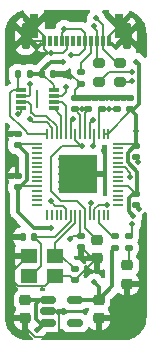
<source format=gbr>
%TF.GenerationSoftware,KiCad,Pcbnew,7.0.9*%
%TF.CreationDate,2024-01-15T07:30:31+01:00*%
%TF.ProjectId,usb_dongle_hw,7573625f-646f-46e6-976c-655f68772e6b,rev?*%
%TF.SameCoordinates,Original*%
%TF.FileFunction,Copper,L1,Top*%
%TF.FilePolarity,Positive*%
%FSLAX46Y46*%
G04 Gerber Fmt 4.6, Leading zero omitted, Abs format (unit mm)*
G04 Created by KiCad (PCBNEW 7.0.9) date 2024-01-15 07:30:31*
%MOMM*%
%LPD*%
G01*
G04 APERTURE LIST*
G04 Aperture macros list*
%AMRoundRect*
0 Rectangle with rounded corners*
0 $1 Rounding radius*
0 $2 $3 $4 $5 $6 $7 $8 $9 X,Y pos of 4 corners*
0 Add a 4 corners polygon primitive as box body*
4,1,4,$2,$3,$4,$5,$6,$7,$8,$9,$2,$3,0*
0 Add four circle primitives for the rounded corners*
1,1,$1+$1,$2,$3*
1,1,$1+$1,$4,$5*
1,1,$1+$1,$6,$7*
1,1,$1+$1,$8,$9*
0 Add four rect primitives between the rounded corners*
20,1,$1+$1,$2,$3,$4,$5,0*
20,1,$1+$1,$4,$5,$6,$7,0*
20,1,$1+$1,$6,$7,$8,$9,0*
20,1,$1+$1,$8,$9,$2,$3,0*%
G04 Aperture macros list end*
%TA.AperFunction,SMDPad,CuDef*%
%ADD10RoundRect,0.200000X-0.275000X0.200000X-0.275000X-0.200000X0.275000X-0.200000X0.275000X0.200000X0*%
%TD*%
%TA.AperFunction,SMDPad,CuDef*%
%ADD11RoundRect,0.140000X-0.170000X0.140000X-0.170000X-0.140000X0.170000X-0.140000X0.170000X0.140000X0*%
%TD*%
%TA.AperFunction,SMDPad,CuDef*%
%ADD12RoundRect,0.225000X-0.250000X0.225000X-0.250000X-0.225000X0.250000X-0.225000X0.250000X0.225000X0*%
%TD*%
%TA.AperFunction,SMDPad,CuDef*%
%ADD13RoundRect,0.135000X0.185000X-0.135000X0.185000X0.135000X-0.185000X0.135000X-0.185000X-0.135000X0*%
%TD*%
%TA.AperFunction,SMDPad,CuDef*%
%ADD14RoundRect,0.140000X0.170000X-0.140000X0.170000X0.140000X-0.170000X0.140000X-0.170000X-0.140000X0*%
%TD*%
%TA.AperFunction,SMDPad,CuDef*%
%ADD15RoundRect,0.050000X-0.387500X-0.050000X0.387500X-0.050000X0.387500X0.050000X-0.387500X0.050000X0*%
%TD*%
%TA.AperFunction,SMDPad,CuDef*%
%ADD16RoundRect,0.050000X-0.050000X-0.387500X0.050000X-0.387500X0.050000X0.387500X-0.050000X0.387500X0*%
%TD*%
%TA.AperFunction,SMDPad,CuDef*%
%ADD17R,3.200000X3.200000*%
%TD*%
%TA.AperFunction,SMDPad,CuDef*%
%ADD18RoundRect,0.135000X-0.135000X-0.185000X0.135000X-0.185000X0.135000X0.185000X-0.135000X0.185000X0*%
%TD*%
%TA.AperFunction,SMDPad,CuDef*%
%ADD19R,1.400000X1.200000*%
%TD*%
%TA.AperFunction,SMDPad,CuDef*%
%ADD20R,0.300000X0.900000*%
%TD*%
%TA.AperFunction,ComponentPad*%
%ADD21O,0.800000X2.300000*%
%TD*%
%TA.AperFunction,SMDPad,CuDef*%
%ADD22R,0.800000X2.000000*%
%TD*%
%TA.AperFunction,SMDPad,CuDef*%
%ADD23RoundRect,0.150000X-0.512500X-0.150000X0.512500X-0.150000X0.512500X0.150000X-0.512500X0.150000X0*%
%TD*%
%TA.AperFunction,SMDPad,CuDef*%
%ADD24RoundRect,0.140000X-0.140000X-0.170000X0.140000X-0.170000X0.140000X0.170000X-0.140000X0.170000X0*%
%TD*%
%TA.AperFunction,SMDPad,CuDef*%
%ADD25R,0.900000X0.300000*%
%TD*%
%TA.AperFunction,SMDPad,CuDef*%
%ADD26R,0.250000X1.650000*%
%TD*%
%TA.AperFunction,SMDPad,CuDef*%
%ADD27RoundRect,0.218750X0.256250X-0.218750X0.256250X0.218750X-0.256250X0.218750X-0.256250X-0.218750X0*%
%TD*%
%TA.AperFunction,ViaPad*%
%ADD28C,0.508000*%
%TD*%
%TA.AperFunction,Conductor*%
%ADD29C,0.180000*%
%TD*%
%TA.AperFunction,Conductor*%
%ADD30C,0.300000*%
%TD*%
%TA.AperFunction,Conductor*%
%ADD31C,0.200000*%
%TD*%
G04 APERTURE END LIST*
D10*
%TO.P,R5,1*%
%TO.N,USB_d+*%
X79375000Y-105000000D03*
%TO.P,R5,2*%
%TO.N,/usb-d+*%
X79375000Y-106650000D03*
%TD*%
D11*
%TO.P,C8,1*%
%TO.N,+3V3*%
X77851000Y-119662000D03*
%TO.P,C8,2*%
%TO.N,GND*%
X77851000Y-120622000D03*
%TD*%
D12*
%TO.P,C16,1*%
%TO.N,+3V3*%
X79364000Y-125082000D03*
%TO.P,C16,2*%
%TO.N,GND*%
X79364000Y-126632000D03*
%TD*%
D13*
%TO.P,R1,1*%
%TO.N,+3V3*%
X80772000Y-120652000D03*
%TO.P,R1,2*%
%TO.N,Net-(U1-RUN)*%
X80772000Y-119632000D03*
%TD*%
D14*
%TO.P,C2,1*%
%TO.N,GND*%
X77343000Y-123416000D03*
%TO.P,C2,2*%
%TO.N,Net-(U1-XOUT)*%
X77343000Y-122456000D03*
%TD*%
%TO.P,C14,1*%
%TO.N,+3V3*%
X82042000Y-108938000D03*
%TO.P,C14,2*%
%TO.N,GND*%
X82042000Y-107978000D03*
%TD*%
%TO.P,C10,1*%
%TO.N,+3V3*%
X77343000Y-108938000D03*
%TO.P,C10,2*%
%TO.N,GND*%
X77343000Y-107978000D03*
%TD*%
D12*
%TO.P,C4,1*%
%TO.N,+1V1*%
X79248000Y-120002000D03*
%TO.P,C4,2*%
%TO.N,GND*%
X79248000Y-121552000D03*
%TD*%
D11*
%TO.P,C9,1*%
%TO.N,+3V3*%
X82550000Y-112042000D03*
%TO.P,C9,2*%
%TO.N,GND*%
X82550000Y-113002000D03*
%TD*%
D15*
%TO.P,U1,1,IOVDD*%
%TO.N,+3V3*%
X74156500Y-111835500D03*
%TO.P,U1,2,GPIO0*%
%TO.N,unconnected-(U1-GPIO0-Pad2)*%
X74156500Y-112235500D03*
%TO.P,U1,3,GPIO1*%
%TO.N,unconnected-(U1-GPIO1-Pad3)*%
X74156500Y-112635500D03*
%TO.P,U1,4,GPIO2*%
%TO.N,unconnected-(U1-GPIO2-Pad4)*%
X74156500Y-113035500D03*
%TO.P,U1,5,GPIO3*%
%TO.N,unconnected-(U1-GPIO3-Pad5)*%
X74156500Y-113435500D03*
%TO.P,U1,6,GPIO4*%
%TO.N,unconnected-(U1-GPIO4-Pad6)*%
X74156500Y-113835500D03*
%TO.P,U1,7,GPIO5*%
%TO.N,unconnected-(U1-GPIO5-Pad7)*%
X74156500Y-114235500D03*
%TO.P,U1,8,GPIO6*%
%TO.N,unconnected-(U1-GPIO6-Pad8)*%
X74156500Y-114635500D03*
%TO.P,U1,9,GPIO7*%
%TO.N,unconnected-(U1-GPIO7-Pad9)*%
X74156500Y-115035500D03*
%TO.P,U1,10,IOVDD*%
%TO.N,+3V3*%
X74156500Y-115435500D03*
%TO.P,U1,11,GPIO8*%
%TO.N,unconnected-(U1-GPIO8-Pad11)*%
X74156500Y-115835500D03*
%TO.P,U1,12,GPIO9*%
%TO.N,unconnected-(U1-GPIO9-Pad12)*%
X74156500Y-116235500D03*
%TO.P,U1,13,GPIO10*%
%TO.N,unconnected-(U1-GPIO10-Pad13)*%
X74156500Y-116635500D03*
%TO.P,U1,14,GPIO11*%
%TO.N,unconnected-(U1-GPIO11-Pad14)*%
X74156500Y-117035500D03*
D16*
%TO.P,U1,15,GPIO12*%
%TO.N,unconnected-(U1-GPIO12-Pad15)*%
X74994000Y-117873000D03*
%TO.P,U1,16,GPIO13*%
%TO.N,unconnected-(U1-GPIO13-Pad16)*%
X75394000Y-117873000D03*
%TO.P,U1,17,GPIO14*%
%TO.N,unconnected-(U1-GPIO14-Pad17)*%
X75794000Y-117873000D03*
%TO.P,U1,18,GPIO15*%
%TO.N,unconnected-(U1-GPIO15-Pad18)*%
X76194000Y-117873000D03*
%TO.P,U1,19,TESTEN*%
%TO.N,GND*%
X76594000Y-117873000D03*
%TO.P,U1,20,XIN*%
%TO.N,Net-(U1-XIN)*%
X76994000Y-117873000D03*
%TO.P,U1,21,XOUT*%
%TO.N,Net-(U1-XOUT)*%
X77394000Y-117873000D03*
%TO.P,U1,22,IOVDD*%
%TO.N,+3V3*%
X77794000Y-117873000D03*
%TO.P,U1,23,DVDD*%
%TO.N,+1V1*%
X78194000Y-117873000D03*
%TO.P,U1,24,SWCLK*%
%TO.N,SWCLK*%
X78594000Y-117873000D03*
%TO.P,U1,25,SWD*%
%TO.N,SWDIO*%
X78994000Y-117873000D03*
%TO.P,U1,26,RUN*%
%TO.N,Net-(U1-RUN)*%
X79394000Y-117873000D03*
%TO.P,U1,27,GPIO16*%
%TO.N,unconnected-(U1-GPIO16-Pad27)*%
X79794000Y-117873000D03*
%TO.P,U1,28,GPIO17*%
%TO.N,unconnected-(U1-GPIO17-Pad28)*%
X80194000Y-117873000D03*
D15*
%TO.P,U1,29,GPIO18*%
%TO.N,unconnected-(U1-GPIO18-Pad29)*%
X81031500Y-117035500D03*
%TO.P,U1,30,GPIO19*%
%TO.N,unconnected-(U1-GPIO19-Pad30)*%
X81031500Y-116635500D03*
%TO.P,U1,31,GPIO20*%
%TO.N,unconnected-(U1-GPIO20-Pad31)*%
X81031500Y-116235500D03*
%TO.P,U1,32,GPIO21*%
%TO.N,unconnected-(U1-GPIO21-Pad32)*%
X81031500Y-115835500D03*
%TO.P,U1,33,IOVDD*%
%TO.N,+3V3*%
X81031500Y-115435500D03*
%TO.P,U1,34,GPIO22*%
%TO.N,unconnected-(U1-GPIO22-Pad34)*%
X81031500Y-115035500D03*
%TO.P,U1,35,GPIO23*%
%TO.N,unconnected-(U1-GPIO23-Pad35)*%
X81031500Y-114635500D03*
%TO.P,U1,36,GPIO24*%
%TO.N,unconnected-(U1-GPIO24-Pad36)*%
X81031500Y-114235500D03*
%TO.P,U1,37,GPIO25*%
%TO.N,Net-(U1-GPIO25)*%
X81031500Y-113835500D03*
%TO.P,U1,38,GPIO26_ADC0*%
%TO.N,unconnected-(U1-GPIO26_ADC0-Pad38)*%
X81031500Y-113435500D03*
%TO.P,U1,39,GPIO27_ADC1*%
%TO.N,unconnected-(U1-GPIO27_ADC1-Pad39)*%
X81031500Y-113035500D03*
%TO.P,U1,40,GPIO28_ADC2*%
%TO.N,unconnected-(U1-GPIO28_ADC2-Pad40)*%
X81031500Y-112635500D03*
%TO.P,U1,41,GPIO29_ADC3*%
%TO.N,unconnected-(U1-GPIO29_ADC3-Pad41)*%
X81031500Y-112235500D03*
%TO.P,U1,42,IOVDD*%
%TO.N,+3V3*%
X81031500Y-111835500D03*
D16*
%TO.P,U1,43,ADC_AVDD*%
X80194000Y-110998000D03*
%TO.P,U1,44,VREG_IN*%
X79794000Y-110998000D03*
%TO.P,U1,45,VREG_VOUT*%
%TO.N,+1V1*%
X79394000Y-110998000D03*
%TO.P,U1,46,USB_D-*%
%TO.N,/usb-d-*%
X78994000Y-110998000D03*
%TO.P,U1,47,USB_D+*%
%TO.N,/usb-d+*%
X78594000Y-110998000D03*
%TO.P,U1,48,USB_VDD*%
%TO.N,+3V3*%
X78194000Y-110998000D03*
%TO.P,U1,49,IOVDD*%
X77794000Y-110998000D03*
%TO.P,U1,50,DVDD*%
%TO.N,+1V1*%
X77394000Y-110998000D03*
%TO.P,U1,51,QSPI_SD3*%
%TO.N,QSPI_SD3*%
X76994000Y-110998000D03*
%TO.P,U1,52,QSPI_SCLK*%
%TO.N,QSPI_SCLK*%
X76594000Y-110998000D03*
%TO.P,U1,53,QSPI_SD0*%
%TO.N,QSPI_SD0*%
X76194000Y-110998000D03*
%TO.P,U1,54,QSPI_SD2*%
%TO.N,QSPI_SD2*%
X75794000Y-110998000D03*
%TO.P,U1,55,QSPI_SD1*%
%TO.N,QSPI_SD1*%
X75394000Y-110998000D03*
%TO.P,U1,56,QSPI_SS*%
%TO.N,QSPI_CS*%
X74994000Y-110998000D03*
D17*
%TO.P,U1,57,GND*%
%TO.N,GND*%
X77594000Y-114435500D03*
%TD*%
D12*
%TO.P,C15,1*%
%TO.N,+5V*%
X73152000Y-125082000D03*
%TO.P,C15,2*%
%TO.N,GND*%
X73152000Y-126632000D03*
%TD*%
D18*
%TO.P,R3,1*%
%TO.N,QSPI_CS*%
X72515000Y-105922000D03*
%TO.P,R3,2*%
%TO.N,+3V3*%
X73535000Y-105922000D03*
%TD*%
D19*
%TO.P,Y1,1,1*%
%TO.N,Net-(U1-XOUT)*%
X75692000Y-121313000D03*
%TO.P,Y1,2,2*%
%TO.N,GND*%
X73492000Y-121313000D03*
%TO.P,Y1,3,3*%
%TO.N,Net-(U1-XIN)*%
X73492000Y-123013000D03*
%TO.P,Y1,4,4*%
%TO.N,GND*%
X75692000Y-123013000D03*
%TD*%
D14*
%TO.P,C13,1*%
%TO.N,+3V3*%
X72517000Y-111958000D03*
%TO.P,C13,2*%
%TO.N,GND*%
X72517000Y-110998000D03*
%TD*%
D20*
%TO.P,J1,A01,A01*%
%TO.N,GND*%
X74720000Y-103108000D03*
%TO.P,J1,A02,A02*%
%TO.N,unconnected-(J1-PadA02)*%
X75220000Y-103108000D03*
%TO.P,J1,A03,A03*%
%TO.N,unconnected-(J1-PadA03)*%
X75720000Y-103108000D03*
%TO.P,J1,A04,A04*%
%TO.N,+5V*%
X76220000Y-103108000D03*
%TO.P,J1,A05,A05*%
%TO.N,Net-(J1-PadA05)*%
X78720000Y-103108000D03*
%TO.P,J1,A06,A06*%
%TO.N,USB_d+*%
X79220000Y-103108000D03*
%TO.P,J1,A07,A07*%
%TO.N,USB_d-*%
X79720000Y-103108000D03*
%TO.P,J1,A12,A12*%
%TO.N,GND*%
X80220000Y-103108000D03*
%TO.P,J1,B09,B09*%
%TO.N,+5V*%
X78220000Y-103108000D03*
%TO.P,J1,B10,B10*%
%TO.N,unconnected-(J1-PadB10)*%
X77720000Y-103108000D03*
%TO.P,J1,B11,B11*%
%TO.N,unconnected-(J1-PadB11)*%
X77220000Y-103108000D03*
%TO.P,J1,B12,B12*%
%TO.N,GND*%
X76720000Y-103108000D03*
D21*
%TO.P,J1,Gnd,Gnd*%
X81745000Y-102708000D03*
D22*
X81045000Y-101908000D03*
X73895000Y-101908000D03*
D21*
X73195000Y-102708000D03*
%TD*%
D14*
%TO.P,C5,1*%
%TO.N,+1V1*%
X80899000Y-108938000D03*
%TO.P,C5,2*%
%TO.N,GND*%
X80899000Y-107978000D03*
%TD*%
D11*
%TO.P,C7,1*%
%TO.N,+3V3*%
X82550000Y-116106000D03*
%TO.P,C7,2*%
%TO.N,GND*%
X82550000Y-117066000D03*
%TD*%
D23*
%TO.P,U3,1,VIN*%
%TO.N,+5V*%
X75057000Y-125095000D03*
%TO.P,U3,2,GND*%
%TO.N,GND*%
X75057000Y-126045000D03*
%TO.P,U3,3,EN*%
%TO.N,+5V*%
X75057000Y-126995000D03*
%TO.P,U3,4,NC*%
%TO.N,unconnected-(U3-NC-Pad4)*%
X77332000Y-126995000D03*
%TO.P,U3,5,VOUT*%
%TO.N,+3V3*%
X77332000Y-125095000D03*
%TD*%
D14*
%TO.P,C12,1*%
%TO.N,+3V3*%
X72517000Y-115542000D03*
%TO.P,C12,2*%
%TO.N,GND*%
X72517000Y-114582000D03*
%TD*%
%TO.P,C6,1*%
%TO.N,+3V3*%
X78486000Y-108938000D03*
%TO.P,C6,2*%
%TO.N,GND*%
X78486000Y-107978000D03*
%TD*%
D24*
%TO.P,C11,1*%
%TO.N,+3V3*%
X74577000Y-105922000D03*
%TO.P,C11,2*%
%TO.N,GND*%
X75537000Y-105922000D03*
%TD*%
D13*
%TO.P,R4,1*%
%TO.N,GND*%
X77851000Y-106809000D03*
%TO.P,R4,2*%
%TO.N,Net-(J1-PadA05)*%
X77851000Y-105789000D03*
%TD*%
D24*
%TO.P,C1,1*%
%TO.N,GND*%
X72926000Y-119761000D03*
%TO.P,C1,2*%
%TO.N,Net-(U1-XIN)*%
X73886000Y-119761000D03*
%TD*%
D25*
%TO.P,U2,1,~{CS}*%
%TO.N,QSPI_CS*%
X72765000Y-107331000D03*
%TO.P,U2,2,DO/IO1*%
%TO.N,QSPI_SD1*%
X72765000Y-107831000D03*
%TO.P,U2,3,~{WP}/IO2*%
%TO.N,QSPI_SD2*%
X72765000Y-108331000D03*
%TO.P,U2,4,GND*%
%TO.N,GND*%
X72765000Y-108831000D03*
%TO.P,U2,5,DI/IO0*%
%TO.N,QSPI_SD0*%
X75565000Y-108831000D03*
%TO.P,U2,6,SCK*%
%TO.N,QSPI_SCLK*%
X75565000Y-108331000D03*
%TO.P,U2,7,~{HOLD}/IO3*%
%TO.N,QSPI_SD3*%
X75565000Y-107831000D03*
%TO.P,U2,8,VDD*%
%TO.N,+3V3*%
X75565000Y-107331000D03*
D26*
%TO.P,U2,9*%
%TO.N,N/C*%
X74165000Y-108081000D03*
%TD*%
D14*
%TO.P,C3,1*%
%TO.N,+1V1*%
X79629000Y-108938000D03*
%TO.P,C3,2*%
%TO.N,GND*%
X79629000Y-107978000D03*
%TD*%
D10*
%TO.P,R6,1*%
%TO.N,USB_d-*%
X81153000Y-105000000D03*
%TO.P,R6,2*%
%TO.N,/usb-d-*%
X81153000Y-106650000D03*
%TD*%
D13*
%TO.P,R2,1*%
%TO.N,Net-(D1-A)*%
X81915000Y-120652000D03*
%TO.P,R2,2*%
%TO.N,Net-(U1-GPIO25)*%
X81915000Y-119632000D03*
%TD*%
D27*
%TO.P,D1,1,K*%
%TO.N,GND*%
X81788000Y-123723500D03*
%TO.P,D1,2,A*%
%TO.N,Net-(D1-A)*%
X81788000Y-122148500D03*
%TD*%
D28*
%TO.N,GND*%
X72538063Y-109361437D03*
X76200000Y-113157000D03*
X82677000Y-113411000D03*
X75311000Y-104140000D03*
X76200000Y-115062000D03*
X71994401Y-122742918D03*
X76200000Y-113792000D03*
X82804000Y-117348000D03*
X76200000Y-114427000D03*
X76454000Y-106045000D03*
X75311000Y-116713000D03*
X76200000Y-115697000D03*
%TO.N,+1V1*%
X80264000Y-108938000D03*
X77978000Y-112014000D03*
%TO.N,+3V3*%
X78994000Y-123571000D03*
X82550000Y-110744000D03*
X75311000Y-118999000D03*
X77927200Y-108938000D03*
X76962000Y-119888000D03*
X82307753Y-117924237D03*
X76327000Y-104902000D03*
X82550000Y-104902000D03*
%TO.N,+5V*%
X76454000Y-102108000D03*
X74168000Y-127635000D03*
X76984303Y-104292324D03*
%TO.N,USB_d+*%
X78950498Y-101912002D03*
%TO.N,USB_d-*%
X79154568Y-101234570D03*
%TO.N,Net-(U1-GPIO25)*%
X82169000Y-118618000D03*
X82042000Y-114681000D03*
%TO.N,SWDIO*%
X80043545Y-116992117D03*
%TO.N,SWCLK*%
X78739328Y-116839328D03*
%TO.N,QSPI_SD3*%
X77216000Y-109728000D03*
X76581000Y-107061000D03*
%TO.N,QSPI_SD1*%
X73564500Y-106807000D03*
X73533000Y-109772402D03*
%TO.N,/usb-d+*%
X82169000Y-105791000D03*
X78850500Y-109855000D03*
%TO.N,/usb-d-*%
X78867000Y-112014000D03*
X82169000Y-106553000D03*
%TD*%
D29*
%TO.N,GND*%
X80220000Y-103108000D02*
X80220000Y-102733000D01*
X76594000Y-117873000D02*
X76594000Y-117353282D01*
X72000000Y-122748517D02*
X71994401Y-122742918D01*
X72765000Y-109134500D02*
X72765000Y-108831000D01*
X73152000Y-127388333D02*
X73942667Y-128179000D01*
X72502000Y-123903000D02*
X72000000Y-123401000D01*
X72000000Y-123401000D02*
X72000000Y-122748517D01*
X76940000Y-123013000D02*
X77343000Y-123416000D01*
X75692000Y-117094000D02*
X75311000Y-116713000D01*
X75692000Y-123013000D02*
X74802000Y-123903000D01*
X76577000Y-105922000D02*
X76454000Y-106045000D01*
X75072000Y-104140000D02*
X74720000Y-103788000D01*
X76009500Y-127990500D02*
X76009500Y-126335001D01*
X80220000Y-102733000D02*
X81045000Y-101908000D01*
X74720000Y-102733000D02*
X73895000Y-101908000D01*
X77851000Y-106809000D02*
X76964000Y-105922000D01*
X79248000Y-121552000D02*
X79207000Y-121552000D01*
X77343000Y-107978000D02*
X77343000Y-107317000D01*
X75719499Y-126045000D02*
X75057000Y-126045000D01*
X73595000Y-103108000D02*
X73195000Y-102708000D01*
X77343000Y-107317000D02*
X77851000Y-106809000D01*
X72000000Y-122705000D02*
X73392000Y-121313000D01*
X82677000Y-113129000D02*
X82550000Y-113002000D01*
X76368000Y-104140000D02*
X75311000Y-104140000D01*
X74720000Y-103788000D02*
X74720000Y-103108000D01*
X76334718Y-117094000D02*
X75692000Y-117094000D01*
X81045000Y-102008000D02*
X81745000Y-102708000D01*
X82550000Y-117094000D02*
X82804000Y-117348000D01*
X76009500Y-126335001D02*
X75719499Y-126045000D01*
X76720000Y-103108000D02*
X76720000Y-103788000D01*
X72538063Y-109361437D02*
X72765000Y-109134500D01*
X79248000Y-121552000D02*
X78781000Y-121552000D01*
X76964000Y-105922000D02*
X76577000Y-105922000D01*
X78781000Y-121552000D02*
X77851000Y-120622000D01*
X75311000Y-104140000D02*
X75072000Y-104140000D01*
X76720000Y-103788000D02*
X76368000Y-104140000D01*
X76454000Y-106045000D02*
X76331000Y-105922000D01*
X82677000Y-113411000D02*
X82677000Y-113129000D01*
X72000000Y-122737319D02*
X72000000Y-122705000D01*
X82550000Y-117066000D02*
X82550000Y-117094000D01*
X73942667Y-128179000D02*
X75821000Y-128179000D01*
X74802000Y-123903000D02*
X72502000Y-123903000D01*
X76594000Y-117353282D02*
X76334718Y-117094000D01*
X76331000Y-105922000D02*
X75537000Y-105922000D01*
X74720000Y-103108000D02*
X73595000Y-103108000D01*
X79207000Y-121552000D02*
X77343000Y-123416000D01*
X73152000Y-126632000D02*
X73152000Y-127388333D01*
X71994401Y-122742918D02*
X72000000Y-122737319D01*
X75821000Y-128179000D02*
X76009500Y-127990500D01*
X81045000Y-101908000D02*
X81045000Y-102008000D01*
X74720000Y-103108000D02*
X74720000Y-102733000D01*
X73392000Y-121313000D02*
X73492000Y-121313000D01*
X75692000Y-123013000D02*
X76940000Y-123013000D01*
%TO.N,Net-(U1-XIN)*%
X73672000Y-123013000D02*
X74482000Y-122203000D01*
X75625718Y-119761000D02*
X73886000Y-119761000D01*
X74482000Y-122203000D02*
X74482000Y-120357000D01*
X73492000Y-123013000D02*
X73672000Y-123013000D01*
X76994000Y-117873000D02*
X76994000Y-118392718D01*
X76994000Y-118392718D02*
X75625718Y-119761000D01*
X74482000Y-120357000D02*
X73886000Y-119761000D01*
%TO.N,Net-(U1-XOUT)*%
X75692000Y-120232120D02*
X77394000Y-118530120D01*
X77343000Y-122456000D02*
X76200000Y-121313000D01*
X77394000Y-118530120D02*
X77394000Y-117873000D01*
X76200000Y-121313000D02*
X75692000Y-121313000D01*
X75692000Y-121313000D02*
X75692000Y-120232120D01*
%TO.N,+1V1*%
X79629000Y-108938000D02*
X80264000Y-108938000D01*
X78194000Y-117873000D02*
X78194000Y-117353282D01*
X77394000Y-110998000D02*
X77394000Y-111517718D01*
X77890282Y-112014000D02*
X77978000Y-112014000D01*
X78194000Y-117353282D02*
X77553718Y-116713000D01*
X80264000Y-108938000D02*
X80899000Y-108938000D01*
X75311000Y-112938500D02*
X76235500Y-112014000D01*
X77553718Y-116713000D02*
X76200000Y-116713000D01*
X79235000Y-120002000D02*
X78184000Y-118951000D01*
X78184000Y-117883000D02*
X78194000Y-117873000D01*
X79248000Y-120002000D02*
X79235000Y-120002000D01*
X79394000Y-110998000D02*
X79394000Y-109173000D01*
X76235500Y-112014000D02*
X77978000Y-112014000D01*
X79394000Y-109173000D02*
X79629000Y-108938000D01*
X77394000Y-111517718D02*
X77890282Y-112014000D01*
X78184000Y-118951000D02*
X78184000Y-117883000D01*
X76200000Y-116713000D02*
X75311000Y-115824000D01*
X75311000Y-115824000D02*
X75311000Y-112938500D01*
D30*
%TO.N,+3V3*%
X82240001Y-116106000D02*
X82550000Y-116106000D01*
D29*
X79794000Y-110998000D02*
X80010000Y-110998000D01*
D30*
X74577000Y-105922000D02*
X74577000Y-105612001D01*
X82550000Y-110744000D02*
X82550000Y-112042000D01*
X77332000Y-125095000D02*
X79351000Y-125095000D01*
X73279000Y-114927500D02*
X72664500Y-115542000D01*
X80518000Y-123928000D02*
X79364000Y-125082000D01*
X82550000Y-109446000D02*
X82550000Y-110744000D01*
X72517000Y-111958000D02*
X73279000Y-112720000D01*
D29*
X77343000Y-108938000D02*
X78486000Y-108938000D01*
D30*
X74577000Y-105612001D02*
X75287001Y-104902000D01*
D29*
X80010000Y-110998000D02*
X80194000Y-110998000D01*
X82042000Y-109093000D02*
X82042000Y-108938000D01*
D30*
X82550000Y-116106000D02*
X82646000Y-116010000D01*
D29*
X75565000Y-107331000D02*
X75565000Y-106910000D01*
X77188000Y-119662000D02*
X76962000Y-119888000D01*
D30*
X75311000Y-118999000D02*
X73914000Y-118999000D01*
X72664500Y-115542000D02*
X72517000Y-115542000D01*
X82351999Y-108938000D02*
X82773000Y-108516999D01*
X82042000Y-108938000D02*
X82351999Y-108938000D01*
X75287001Y-104902000D02*
X76327000Y-104902000D01*
X82646000Y-114253500D02*
X81819000Y-113426500D01*
X82307753Y-117924237D02*
X82237237Y-117924237D01*
D29*
X77784000Y-109379000D02*
X77343000Y-108938000D01*
X82550000Y-116106000D02*
X81879500Y-115435500D01*
D30*
X81819000Y-113426500D02*
X81819000Y-112618000D01*
D29*
X77851000Y-119662000D02*
X77794000Y-119605000D01*
D30*
X72517000Y-117602000D02*
X72517000Y-115542000D01*
D29*
X72639500Y-111835500D02*
X74156500Y-111835500D01*
D30*
X81890000Y-117577000D02*
X81890000Y-116456001D01*
D29*
X82550000Y-112042000D02*
X82343500Y-111835500D01*
D30*
X82395000Y-112042000D02*
X82550000Y-112042000D01*
X82237237Y-117924237D02*
X81890000Y-117577000D01*
D29*
X80010000Y-110998000D02*
X80137000Y-110998000D01*
X78194000Y-110998000D02*
X78194000Y-109230000D01*
D30*
X81890000Y-116456001D02*
X82240001Y-116106000D01*
X82646000Y-116010000D02*
X82646000Y-114253500D01*
X82042000Y-108938000D02*
X82550000Y-109446000D01*
D29*
X81879500Y-115435500D02*
X81031500Y-115435500D01*
D30*
X82773000Y-108516999D02*
X82773000Y-105125000D01*
X73914000Y-118999000D02*
X72517000Y-117602000D01*
X73535000Y-105922000D02*
X74577000Y-105922000D01*
D29*
X82343500Y-111835500D02*
X81031500Y-111835500D01*
D30*
X82773000Y-105125000D02*
X82550000Y-104902000D01*
X79364000Y-123941000D02*
X78994000Y-123571000D01*
D29*
X72517000Y-111958000D02*
X72639500Y-111835500D01*
X77794000Y-110998000D02*
X77784000Y-110988000D01*
X72623500Y-115435500D02*
X74156500Y-115435500D01*
D30*
X79364000Y-125082000D02*
X79364000Y-123941000D01*
D29*
X77794000Y-119605000D02*
X77794000Y-117873000D01*
X75565000Y-106910000D02*
X74577000Y-105922000D01*
X72517000Y-115542000D02*
X72623500Y-115435500D01*
X78194000Y-109230000D02*
X78486000Y-108938000D01*
D30*
X81819000Y-112618000D02*
X82395000Y-112042000D01*
X73279000Y-112720000D02*
X73279000Y-114927500D01*
X80518000Y-120906000D02*
X80518000Y-123928000D01*
X79351000Y-125095000D02*
X79364000Y-125082000D01*
X80772000Y-120652000D02*
X80518000Y-120906000D01*
D29*
X77851000Y-119662000D02*
X77188000Y-119662000D01*
X77784000Y-110988000D02*
X77784000Y-109379000D01*
X80137000Y-110998000D02*
X82042000Y-109093000D01*
D30*
%TO.N,+5V*%
X74394501Y-125095000D02*
X75057000Y-125095000D01*
D29*
X77715676Y-104292324D02*
X78220000Y-103788000D01*
X78220000Y-102428000D02*
X78220000Y-103108000D01*
X76454000Y-102108000D02*
X76454000Y-102235000D01*
X78220000Y-103788000D02*
X78220000Y-103108000D01*
X76220000Y-102469000D02*
X76220000Y-103108000D01*
D30*
X75057000Y-126995000D02*
X74808000Y-126995000D01*
X74044500Y-126644999D02*
X74044500Y-125445001D01*
X74808000Y-126995000D02*
X74168000Y-127635000D01*
X73152000Y-125082000D02*
X75044000Y-125082000D01*
D29*
X77900000Y-102108000D02*
X78220000Y-102428000D01*
D30*
X74044500Y-125445001D02*
X74394501Y-125095000D01*
D29*
X76984303Y-104292324D02*
X77715676Y-104292324D01*
X76454000Y-102108000D02*
X77900000Y-102108000D01*
D30*
X75057000Y-126995000D02*
X74394501Y-126995000D01*
X75044000Y-125082000D02*
X75057000Y-125095000D01*
X74394501Y-126995000D02*
X74044500Y-126644999D01*
D29*
X76454000Y-102235000D02*
X76220000Y-102469000D01*
%TO.N,Net-(D1-A)*%
X81915000Y-120652000D02*
X81915000Y-122021500D01*
X81915000Y-122021500D02*
X81788000Y-122148500D01*
%TO.N,Net-(J1-PadA05)*%
X77851000Y-105789000D02*
X77851000Y-105029000D01*
X77851000Y-105029000D02*
X78720000Y-104160000D01*
X78720000Y-104160000D02*
X78720000Y-103108000D01*
D31*
%TO.N,USB_d+*%
X79220000Y-103108000D02*
X79220000Y-104845000D01*
X79220000Y-102334000D02*
X79220000Y-103108000D01*
X79220000Y-104845000D02*
X79375000Y-105000000D01*
X78950498Y-102064498D02*
X79220000Y-102334000D01*
X78950498Y-101912002D02*
X78950498Y-102064498D01*
%TO.N,USB_d-*%
X80912000Y-105000000D02*
X81153000Y-105000000D01*
X79720000Y-103108000D02*
X79720000Y-103808000D01*
X79154568Y-101234570D02*
X79720000Y-101800002D01*
X79720000Y-101800002D02*
X79720000Y-103108000D01*
X79720000Y-103808000D02*
X80912000Y-105000000D01*
D29*
%TO.N,Net-(U1-RUN)*%
X80452001Y-119632000D02*
X79394000Y-118573999D01*
X80772000Y-119632000D02*
X80452001Y-119632000D01*
X79394000Y-118573999D02*
X79394000Y-117873000D01*
%TO.N,Net-(U1-GPIO25)*%
X82169000Y-118618000D02*
X82169000Y-119378000D01*
X82169000Y-119378000D02*
X81915000Y-119632000D01*
X82042000Y-114681000D02*
X82042000Y-114326282D01*
X81551218Y-113835500D02*
X81031500Y-113835500D01*
X82042000Y-114326282D02*
X81551218Y-113835500D01*
%TO.N,QSPI_CS*%
X72085000Y-107331000D02*
X72765000Y-107331000D01*
X74994000Y-110998000D02*
X73406000Y-110998000D01*
X71882000Y-107534000D02*
X72085000Y-107331000D01*
X72515000Y-107081000D02*
X72765000Y-107331000D01*
X71882000Y-109474000D02*
X71882000Y-107534000D01*
X72836000Y-110428000D02*
X71882000Y-109474000D01*
X73117000Y-110676008D02*
X72868992Y-110428000D01*
X72868992Y-110428000D02*
X72836000Y-110428000D01*
X73117000Y-110709000D02*
X73117000Y-110676008D01*
X72515000Y-105922000D02*
X72515000Y-107081000D01*
X73406000Y-110998000D02*
X73117000Y-110709000D01*
%TO.N,SWDIO*%
X79355165Y-116992117D02*
X78994000Y-117353282D01*
X80043545Y-116992117D02*
X79355165Y-116992117D01*
X78994000Y-117353282D02*
X78994000Y-117873000D01*
%TO.N,SWCLK*%
X78739328Y-116839328D02*
X78739328Y-117070553D01*
X78594000Y-117215881D02*
X78594000Y-117873000D01*
X78739328Y-117070553D02*
X78594000Y-117215881D01*
%TO.N,QSPI_SD3*%
X75565000Y-107831000D02*
X76245000Y-107831000D01*
X77216000Y-109728000D02*
X76994000Y-109950000D01*
X76994000Y-109950000D02*
X76994000Y-110998000D01*
X76245000Y-107831000D02*
X76581000Y-107495000D01*
X76581000Y-107495000D02*
X76581000Y-107061000D01*
%TO.N,QSPI_SCLK*%
X76594000Y-108680000D02*
X76245000Y-108331000D01*
X76594000Y-110998000D02*
X76594000Y-108680000D01*
X75565000Y-108331000D02*
X75625000Y-108391000D01*
X76245000Y-108331000D02*
X75565000Y-108331000D01*
%TO.N,QSPI_SD0*%
X76194000Y-109460000D02*
X75565000Y-108831000D01*
X76194000Y-110998000D02*
X76194000Y-109460000D01*
%TO.N,QSPI_SD2*%
X74003931Y-109474000D02*
X73758333Y-109228402D01*
X74927120Y-109474000D02*
X74003931Y-109474000D01*
X73668402Y-109228402D02*
X73660000Y-109220000D01*
X73660000Y-109220000D02*
X73660000Y-108585000D01*
X75794000Y-110998000D02*
X75794000Y-110340880D01*
X73660000Y-108585000D02*
X73406000Y-108331000D01*
X73758333Y-109228402D02*
X73668402Y-109228402D01*
X75794000Y-110340880D02*
X74927120Y-109474000D01*
X73406000Y-108331000D02*
X72765000Y-108331000D01*
%TO.N,QSPI_SD1*%
X74958148Y-110042430D02*
X75394000Y-110478282D01*
X73445000Y-107831000D02*
X73564500Y-107711500D01*
X75394000Y-110478282D02*
X75394000Y-110998000D01*
X72765000Y-107831000D02*
X73445000Y-107831000D01*
X73564500Y-107711500D02*
X73564500Y-106807000D01*
X73533000Y-109772402D02*
X73803028Y-110042430D01*
X73803028Y-110042430D02*
X74958148Y-110042430D01*
D31*
%TO.N,/usb-d+*%
X78594000Y-110111500D02*
X78850500Y-109855000D01*
X80234000Y-105791000D02*
X82169000Y-105791000D01*
X79375000Y-106650000D02*
X80234000Y-105791000D01*
X78594000Y-110998000D02*
X78594000Y-110111500D01*
%TO.N,/usb-d-*%
X78994000Y-111887000D02*
X78994000Y-110998000D01*
X82072000Y-106650000D02*
X82169000Y-106553000D01*
X78867000Y-112014000D02*
X78994000Y-111887000D01*
X81153000Y-106650000D02*
X82072000Y-106650000D01*
%TD*%
%TA.AperFunction,Conductor*%
%TO.N,GND*%
G36*
X71619303Y-110046842D02*
G01*
X71625781Y-110052874D01*
X71848723Y-110275816D01*
X71882208Y-110337139D01*
X71877224Y-110406831D01*
X71848726Y-110451176D01*
X71837283Y-110462619D01*
X71837278Y-110462625D01*
X71754968Y-110601804D01*
X71712496Y-110748000D01*
X72269545Y-110748000D01*
X72336584Y-110767685D01*
X72357226Y-110784319D01*
X72388218Y-110815311D01*
X72393559Y-110821401D01*
X72402541Y-110833106D01*
X72414851Y-110849150D01*
X72439970Y-110868423D01*
X72445816Y-110872909D01*
X72445819Y-110872912D01*
X72445822Y-110872914D01*
X72538199Y-110943799D01*
X72542202Y-110946110D01*
X72590420Y-110996675D01*
X72603646Y-111065281D01*
X72577681Y-111130147D01*
X72520769Y-111170678D01*
X72480207Y-111177500D01*
X72282308Y-111177500D01*
X72246008Y-111180356D01*
X72246002Y-111180357D01*
X72090610Y-111225503D01*
X72090605Y-111225506D01*
X72081766Y-111230732D01*
X72018648Y-111248000D01*
X71712496Y-111248000D01*
X71754968Y-111394194D01*
X71766911Y-111414389D01*
X71784092Y-111482113D01*
X71766911Y-111540628D01*
X71754506Y-111561604D01*
X71754504Y-111561609D01*
X71709357Y-111717002D01*
X71709356Y-111717008D01*
X71706500Y-111753308D01*
X71706500Y-112162692D01*
X71709356Y-112198991D01*
X71709357Y-112198997D01*
X71754504Y-112354390D01*
X71754505Y-112354393D01*
X71836881Y-112493684D01*
X71836887Y-112493692D01*
X71951307Y-112608112D01*
X71951311Y-112608115D01*
X71951313Y-112608117D01*
X72090605Y-112690494D01*
X72116723Y-112698082D01*
X72246002Y-112735642D01*
X72246005Y-112735642D01*
X72246007Y-112735643D01*
X72258108Y-112736595D01*
X72282308Y-112738500D01*
X72282310Y-112738500D01*
X72326192Y-112738500D01*
X72393231Y-112758185D01*
X72413873Y-112774819D01*
X72592181Y-112953126D01*
X72625666Y-113014449D01*
X72628500Y-113040807D01*
X72628500Y-114606692D01*
X72608815Y-114673731D01*
X72592181Y-114694373D01*
X72561373Y-114725181D01*
X72500050Y-114758666D01*
X72473692Y-114761500D01*
X72282308Y-114761500D01*
X72246008Y-114764356D01*
X72246002Y-114764357D01*
X72090610Y-114809503D01*
X72090605Y-114809506D01*
X72081766Y-114814732D01*
X72018648Y-114832000D01*
X71712496Y-114832000D01*
X71754968Y-114978194D01*
X71766911Y-114998389D01*
X71784092Y-115066113D01*
X71766911Y-115124628D01*
X71754506Y-115145604D01*
X71754504Y-115145609D01*
X71709357Y-115301002D01*
X71709356Y-115301008D01*
X71706500Y-115337308D01*
X71706500Y-115746692D01*
X71709356Y-115782991D01*
X71709357Y-115782997D01*
X71754504Y-115938390D01*
X71754505Y-115938393D01*
X71836881Y-116077684D01*
X71840480Y-116082324D01*
X71866014Y-116147361D01*
X71866500Y-116158324D01*
X71866500Y-117516494D01*
X71864732Y-117532505D01*
X71864974Y-117532528D01*
X71864240Y-117540294D01*
X71866500Y-117612203D01*
X71866500Y-117642920D01*
X71866501Y-117642940D01*
X71867418Y-117650206D01*
X71867876Y-117656024D01*
X71869402Y-117704567D01*
X71869403Y-117704570D01*
X71875323Y-117724948D01*
X71879268Y-117743996D01*
X71881928Y-117765054D01*
X71881931Y-117765064D01*
X71899813Y-117810230D01*
X71901705Y-117815758D01*
X71915254Y-117862395D01*
X71915255Y-117862397D01*
X71926060Y-117880666D01*
X71934617Y-117898134D01*
X71940226Y-117912300D01*
X71942432Y-117917872D01*
X71970983Y-117957170D01*
X71974188Y-117962049D01*
X71998919Y-118003865D01*
X71998923Y-118003869D01*
X72013925Y-118018871D01*
X72026563Y-118033669D01*
X72039033Y-118050833D01*
X72039036Y-118050836D01*
X72039037Y-118050837D01*
X72076476Y-118081809D01*
X72080776Y-118085722D01*
X72436938Y-118441884D01*
X72741255Y-118746201D01*
X72774740Y-118807524D01*
X72769756Y-118877216D01*
X72727884Y-118933149D01*
X72688169Y-118952958D01*
X72529810Y-118998966D01*
X72529804Y-118998968D01*
X72390625Y-119081278D01*
X72390616Y-119081285D01*
X72276285Y-119195616D01*
X72276278Y-119195625D01*
X72193968Y-119334804D01*
X72193966Y-119334809D01*
X72148855Y-119490081D01*
X72148854Y-119490087D01*
X72147209Y-119510999D01*
X72147210Y-119511000D01*
X72981500Y-119511000D01*
X73048539Y-119530685D01*
X73094294Y-119583489D01*
X73105500Y-119635000D01*
X73105500Y-119887000D01*
X73085815Y-119954039D01*
X73033011Y-119999794D01*
X72981500Y-120011000D01*
X72147210Y-120011000D01*
X72148854Y-120031910D01*
X72193968Y-120187195D01*
X72276278Y-120326374D01*
X72276285Y-120326383D01*
X72311901Y-120361998D01*
X72345387Y-120423320D01*
X72340403Y-120493012D01*
X72340403Y-120493013D01*
X72298403Y-120605620D01*
X72298401Y-120605627D01*
X72292000Y-120665155D01*
X72292000Y-121063000D01*
X73618000Y-121063000D01*
X73685039Y-121082685D01*
X73730794Y-121135489D01*
X73742000Y-121187000D01*
X73742000Y-121439000D01*
X73722315Y-121506039D01*
X73669511Y-121551794D01*
X73618000Y-121563000D01*
X72292000Y-121563000D01*
X72292000Y-121960844D01*
X72298401Y-122020372D01*
X72298403Y-122020380D01*
X72335168Y-122118952D01*
X72340152Y-122188644D01*
X72335168Y-122205617D01*
X72297909Y-122305514D01*
X72297908Y-122305516D01*
X72291501Y-122365116D01*
X72291500Y-122365135D01*
X72291500Y-123660870D01*
X72291501Y-123660876D01*
X72297908Y-123720483D01*
X72348202Y-123855328D01*
X72348206Y-123855335D01*
X72434452Y-123970544D01*
X72434453Y-123970544D01*
X72434454Y-123970546D01*
X72460624Y-123990137D01*
X72524763Y-124038152D01*
X72566633Y-124094086D01*
X72571617Y-124163778D01*
X72538131Y-124225100D01*
X72515549Y-124242956D01*
X72448956Y-124284031D01*
X72329032Y-124403955D01*
X72329029Y-124403959D01*
X72240001Y-124548294D01*
X72239996Y-124548305D01*
X72186651Y-124709290D01*
X72176500Y-124808647D01*
X72176500Y-125355337D01*
X72176501Y-125355355D01*
X72186650Y-125454707D01*
X72186651Y-125454710D01*
X72239996Y-125615694D01*
X72240001Y-125615705D01*
X72329029Y-125760040D01*
X72329032Y-125760044D01*
X72338660Y-125769672D01*
X72372145Y-125830995D01*
X72367161Y-125900687D01*
X72338663Y-125945031D01*
X72329428Y-125954265D01*
X72329424Y-125954271D01*
X72240457Y-126098507D01*
X72240452Y-126098518D01*
X72187144Y-126259393D01*
X72177000Y-126358677D01*
X72177000Y-126382000D01*
X73270000Y-126382000D01*
X73337039Y-126401685D01*
X73382794Y-126454489D01*
X73394000Y-126506000D01*
X73394000Y-126559493D01*
X73392232Y-126575504D01*
X73392474Y-126575527D01*
X73391740Y-126583293D01*
X73394000Y-126655202D01*
X73394000Y-126685919D01*
X73394001Y-126685939D01*
X73394918Y-126693205D01*
X73395376Y-126699023D01*
X73396902Y-126747565D01*
X73396903Y-126747568D01*
X73397077Y-126748168D01*
X73397778Y-126753093D01*
X73398123Y-126755269D01*
X73398088Y-126755274D01*
X73402000Y-126782759D01*
X73402000Y-127606601D01*
X73405892Y-127613729D01*
X73407441Y-127628136D01*
X73407946Y-127628080D01*
X73427761Y-127803951D01*
X73466220Y-127913860D01*
X73483918Y-127964437D01*
X73574376Y-128108400D01*
X73694600Y-128228624D01*
X73699365Y-128231618D01*
X73761255Y-128270506D01*
X73807546Y-128322841D01*
X73818194Y-128391894D01*
X73789819Y-128455743D01*
X73731429Y-128494115D01*
X73695283Y-128499500D01*
X73415624Y-128499500D01*
X73411574Y-128499367D01*
X73373554Y-128496875D01*
X73329950Y-128494017D01*
X73148160Y-128481015D01*
X73140480Y-128479980D01*
X73024179Y-128456846D01*
X72879952Y-128425472D01*
X72873196Y-128423597D01*
X72841481Y-128412831D01*
X72754178Y-128383196D01*
X72719368Y-128370212D01*
X72621857Y-128333841D01*
X72616099Y-128331355D01*
X72500647Y-128274421D01*
X72378691Y-128207828D01*
X72373957Y-128204962D01*
X72266949Y-128133461D01*
X72264239Y-128131543D01*
X72224192Y-128101564D01*
X72154953Y-128049732D01*
X72151248Y-128046729D01*
X72054092Y-127961526D01*
X72051149Y-127958769D01*
X71954828Y-127862448D01*
X71952069Y-127859502D01*
X71918979Y-127821770D01*
X71866865Y-127762345D01*
X71863871Y-127758652D01*
X71782054Y-127649358D01*
X71780137Y-127646649D01*
X71767767Y-127628136D01*
X71708632Y-127539634D01*
X71705770Y-127534906D01*
X71639178Y-127412952D01*
X71582243Y-127297499D01*
X71579757Y-127291741D01*
X71566676Y-127256671D01*
X71530405Y-127159425D01*
X71489995Y-127040383D01*
X71488131Y-127033666D01*
X71456753Y-126889420D01*
X71455277Y-126882000D01*
X72177001Y-126882000D01*
X72177001Y-126905322D01*
X72187144Y-127004607D01*
X72240452Y-127165481D01*
X72240457Y-127165492D01*
X72329424Y-127309728D01*
X72329427Y-127309732D01*
X72449267Y-127429572D01*
X72449271Y-127429575D01*
X72593507Y-127518542D01*
X72593518Y-127518547D01*
X72754393Y-127571855D01*
X72853683Y-127581999D01*
X72901999Y-127581998D01*
X72902000Y-127581998D01*
X72902000Y-126882000D01*
X72177001Y-126882000D01*
X71455277Y-126882000D01*
X71450094Y-126855943D01*
X71433615Y-126773100D01*
X71432585Y-126765459D01*
X71419586Y-126583708D01*
X71416538Y-126537198D01*
X71414233Y-126502019D01*
X71414100Y-126497964D01*
X71414100Y-114332000D01*
X71712496Y-114332000D01*
X72267000Y-114332000D01*
X72267000Y-113803210D01*
X72266999Y-113803209D01*
X72246087Y-113804854D01*
X72246081Y-113804855D01*
X72090809Y-113849966D01*
X72090804Y-113849968D01*
X71951625Y-113932278D01*
X71951616Y-113932285D01*
X71837285Y-114046616D01*
X71837278Y-114046625D01*
X71754968Y-114185804D01*
X71712496Y-114332000D01*
X71414100Y-114332000D01*
X71414100Y-110140555D01*
X71433785Y-110073516D01*
X71486589Y-110027761D01*
X71555747Y-110017817D01*
X71619303Y-110046842D01*
G37*
%TD.AperFunction*%
%TA.AperFunction,Conductor*%
G36*
X83332434Y-117601178D02*
G01*
X83388367Y-117643050D01*
X83412784Y-117708514D01*
X83413100Y-117717360D01*
X83413100Y-126497975D01*
X83412967Y-126502032D01*
X83407617Y-126583648D01*
X83394615Y-126765438D01*
X83393580Y-126773118D01*
X83370446Y-126889420D01*
X83339072Y-127033646D01*
X83337197Y-127040401D01*
X83327567Y-127068772D01*
X83296808Y-127159388D01*
X83296795Y-127159425D01*
X83247441Y-127291741D01*
X83244955Y-127297499D01*
X83188021Y-127412952D01*
X83121428Y-127534907D01*
X83118561Y-127539641D01*
X83047061Y-127646649D01*
X83045143Y-127649359D01*
X82963344Y-127758631D01*
X82960323Y-127762357D01*
X82875129Y-127859502D01*
X82872355Y-127862464D01*
X82776064Y-127958755D01*
X82773102Y-127961529D01*
X82675957Y-128046723D01*
X82672231Y-128049744D01*
X82562959Y-128131543D01*
X82560249Y-128133461D01*
X82453241Y-128204961D01*
X82448507Y-128207828D01*
X82326552Y-128274421D01*
X82211099Y-128331355D01*
X82205341Y-128333841D01*
X82084556Y-128378893D01*
X82073018Y-128383197D01*
X81954001Y-128423597D01*
X81947246Y-128425472D01*
X81803020Y-128456846D01*
X81686718Y-128479980D01*
X81679038Y-128481015D01*
X81497248Y-128494017D01*
X81446182Y-128497364D01*
X81415625Y-128499367D01*
X81411576Y-128499500D01*
X74640717Y-128499500D01*
X74573678Y-128479815D01*
X74527923Y-128427011D01*
X74517979Y-128357853D01*
X74547004Y-128294297D01*
X74574745Y-128270506D01*
X74641400Y-128228624D01*
X74761624Y-128108400D01*
X74852082Y-127964437D01*
X74882136Y-127878545D01*
X74922858Y-127821770D01*
X74987810Y-127796022D01*
X74999178Y-127795500D01*
X75635196Y-127795500D01*
X75653631Y-127794049D01*
X75672069Y-127792598D01*
X75672071Y-127792597D01*
X75672073Y-127792597D01*
X75713691Y-127780505D01*
X75829898Y-127746744D01*
X75971365Y-127663081D01*
X76087581Y-127546865D01*
X76087767Y-127546549D01*
X76087977Y-127546353D01*
X76092361Y-127540702D01*
X76093272Y-127541409D01*
X76138836Y-127498866D01*
X76207577Y-127486362D01*
X76272167Y-127513006D01*
X76296355Y-127540921D01*
X76296639Y-127540702D01*
X76300679Y-127545911D01*
X76301232Y-127546548D01*
X76301419Y-127546865D01*
X76301421Y-127546867D01*
X76301423Y-127546870D01*
X76417629Y-127663076D01*
X76417633Y-127663079D01*
X76417635Y-127663081D01*
X76559102Y-127746744D01*
X76600017Y-127758631D01*
X76716926Y-127792597D01*
X76716929Y-127792597D01*
X76716931Y-127792598D01*
X76729222Y-127793565D01*
X76753804Y-127795500D01*
X76753806Y-127795500D01*
X77910196Y-127795500D01*
X77928631Y-127794049D01*
X77947069Y-127792598D01*
X77947071Y-127792597D01*
X77947073Y-127792597D01*
X77988691Y-127780505D01*
X78104898Y-127746744D01*
X78246365Y-127663081D01*
X78362581Y-127546865D01*
X78435793Y-127423068D01*
X78486860Y-127375387D01*
X78555602Y-127362883D01*
X78620191Y-127389528D01*
X78630205Y-127398510D01*
X78661267Y-127429572D01*
X78661271Y-127429575D01*
X78805507Y-127518542D01*
X78805518Y-127518547D01*
X78966393Y-127571855D01*
X79065683Y-127581999D01*
X79113999Y-127581998D01*
X79114000Y-127581998D01*
X79114000Y-126882000D01*
X79614000Y-126882000D01*
X79614000Y-127581999D01*
X79662308Y-127581999D01*
X79662322Y-127581998D01*
X79761607Y-127571855D01*
X79922481Y-127518547D01*
X79922492Y-127518542D01*
X80066728Y-127429575D01*
X80066732Y-127429572D01*
X80186572Y-127309732D01*
X80186575Y-127309728D01*
X80275542Y-127165492D01*
X80275547Y-127165481D01*
X80328855Y-127004606D01*
X80338999Y-126905322D01*
X80339000Y-126905309D01*
X80339000Y-126882000D01*
X79614000Y-126882000D01*
X79114000Y-126882000D01*
X79114000Y-126506000D01*
X79133685Y-126438961D01*
X79186489Y-126393206D01*
X79238000Y-126382000D01*
X80338999Y-126382000D01*
X80338999Y-126358692D01*
X80338998Y-126358677D01*
X80328855Y-126259392D01*
X80275547Y-126098518D01*
X80275542Y-126098507D01*
X80186575Y-125954271D01*
X80186572Y-125954267D01*
X80177339Y-125945034D01*
X80143854Y-125883711D01*
X80148838Y-125814019D01*
X80177343Y-125769668D01*
X80186968Y-125760044D01*
X80276003Y-125615697D01*
X80329349Y-125454708D01*
X80339500Y-125355345D01*
X80339499Y-125077806D01*
X80359183Y-125010768D01*
X80375813Y-124990131D01*
X80881810Y-124484134D01*
X80943131Y-124450651D01*
X81012823Y-124455635D01*
X81057170Y-124484136D01*
X81082919Y-124509885D01*
X81225922Y-124598091D01*
X81225927Y-124598093D01*
X81385416Y-124650942D01*
X81483855Y-124660999D01*
X81537999Y-124660998D01*
X81538000Y-124660998D01*
X81538000Y-123973500D01*
X82038000Y-123973500D01*
X82038000Y-124660999D01*
X82092136Y-124660999D01*
X82092152Y-124660998D01*
X82190583Y-124650943D01*
X82350072Y-124598093D01*
X82350077Y-124598091D01*
X82493080Y-124509885D01*
X82611885Y-124391080D01*
X82700091Y-124248077D01*
X82700093Y-124248072D01*
X82752942Y-124088583D01*
X82762999Y-123990150D01*
X82763000Y-123990137D01*
X82763000Y-123973500D01*
X82038000Y-123973500D01*
X81538000Y-123973500D01*
X81538000Y-123597500D01*
X81557685Y-123530461D01*
X81610489Y-123484706D01*
X81662000Y-123473500D01*
X82762999Y-123473500D01*
X82762999Y-123456864D01*
X82762998Y-123456847D01*
X82752943Y-123358416D01*
X82700093Y-123198927D01*
X82700091Y-123198922D01*
X82611885Y-123055919D01*
X82580000Y-123024034D01*
X82546515Y-122962711D01*
X82551499Y-122893019D01*
X82580000Y-122848672D01*
X82612281Y-122816391D01*
X82700549Y-122673287D01*
X82753436Y-122513685D01*
X82763500Y-122415174D01*
X82763500Y-121881826D01*
X82753436Y-121783315D01*
X82700549Y-121623713D01*
X82700545Y-121623707D01*
X82700544Y-121623704D01*
X82612283Y-121480612D01*
X82612280Y-121480608D01*
X82546383Y-121414711D01*
X82512898Y-121353388D01*
X82517882Y-121283696D01*
X82546380Y-121239352D01*
X82606135Y-121179598D01*
X82687869Y-121041393D01*
X82732665Y-120887204D01*
X82735500Y-120851181D01*
X82735499Y-120452820D01*
X82732665Y-120416796D01*
X82687869Y-120262607D01*
X82653869Y-120205117D01*
X82636688Y-120137398D01*
X82653869Y-120078882D01*
X82687869Y-120021393D01*
X82690889Y-120011000D01*
X82732664Y-119867208D01*
X82732665Y-119867202D01*
X82735500Y-119831181D01*
X82735499Y-119578064D01*
X82743027Y-119540224D01*
X82742197Y-119540002D01*
X82744301Y-119532150D01*
X82745070Y-119526310D01*
X82759500Y-119416701D01*
X82759500Y-119416693D01*
X82764594Y-119378000D01*
X82760030Y-119343337D01*
X82759500Y-119335239D01*
X82759500Y-119132095D01*
X82778507Y-119066122D01*
X82853080Y-118947440D01*
X82853079Y-118947440D01*
X82853082Y-118947437D01*
X82909237Y-118786954D01*
X82909237Y-118786953D01*
X82909238Y-118786951D01*
X82928274Y-118618002D01*
X82928274Y-118617997D01*
X82908458Y-118442126D01*
X82910600Y-118441884D01*
X82914237Y-118382498D01*
X82925862Y-118358669D01*
X82939293Y-118337294D01*
X82991835Y-118253674D01*
X83047990Y-118093191D01*
X83047990Y-118093190D01*
X83047991Y-118093188D01*
X83067027Y-117924239D01*
X83067027Y-117924235D01*
X83063064Y-117889065D01*
X83057007Y-117835312D01*
X83069061Y-117766492D01*
X83110234Y-117721812D01*
X83109215Y-117720499D01*
X83115383Y-117715714D01*
X83201419Y-117629679D01*
X83262742Y-117596194D01*
X83332434Y-117601178D01*
G37*
%TD.AperFunction*%
%TA.AperFunction,Conductor*%
G36*
X76370852Y-125735129D02*
G01*
X76410512Y-125759530D01*
X76411469Y-125758298D01*
X76417632Y-125763078D01*
X76417635Y-125763081D01*
X76559102Y-125846744D01*
X76600724Y-125858836D01*
X76716926Y-125892597D01*
X76716929Y-125892597D01*
X76716931Y-125892598D01*
X76729222Y-125893565D01*
X76753804Y-125895500D01*
X76753806Y-125895500D01*
X77910196Y-125895500D01*
X77928631Y-125894049D01*
X77947069Y-125892598D01*
X77947071Y-125892597D01*
X77947073Y-125892597D01*
X77990541Y-125879968D01*
X78104898Y-125846744D01*
X78208405Y-125785529D01*
X78246895Y-125762768D01*
X78310016Y-125745500D01*
X78450833Y-125745500D01*
X78517872Y-125765185D01*
X78563627Y-125817989D01*
X78573571Y-125887147D01*
X78545610Y-125948372D01*
X78545905Y-125948605D01*
X78544956Y-125949805D01*
X78544546Y-125950703D01*
X78542556Y-125952839D01*
X78541424Y-125954271D01*
X78452457Y-126098507D01*
X78452453Y-126098516D01*
X78403795Y-126245355D01*
X78364022Y-126302799D01*
X78299506Y-126329622D01*
X78230730Y-126317307D01*
X78222968Y-126313082D01*
X78132184Y-126259393D01*
X78104898Y-126243256D01*
X78104897Y-126243255D01*
X78104896Y-126243255D01*
X78104893Y-126243254D01*
X77947073Y-126197402D01*
X77947067Y-126197401D01*
X77910196Y-126194500D01*
X77910194Y-126194500D01*
X76753806Y-126194500D01*
X76753804Y-126194500D01*
X76716932Y-126197401D01*
X76716926Y-126197402D01*
X76559106Y-126243254D01*
X76559103Y-126243255D01*
X76417637Y-126326917D01*
X76411469Y-126331702D01*
X76410164Y-126330019D01*
X76358454Y-126358246D01*
X76288763Y-126353251D01*
X76241058Y-126321247D01*
X76216796Y-126295000D01*
X75951315Y-126295000D01*
X75888194Y-126277732D01*
X75857184Y-126259393D01*
X75829898Y-126243256D01*
X75829897Y-126243255D01*
X75829896Y-126243255D01*
X75829893Y-126243254D01*
X75672073Y-126197402D01*
X75672067Y-126197401D01*
X75635196Y-126194500D01*
X75635194Y-126194500D01*
X74931000Y-126194500D01*
X74863961Y-126174815D01*
X74818206Y-126122011D01*
X74807000Y-126070500D01*
X74807000Y-126019500D01*
X74826685Y-125952461D01*
X74879489Y-125906706D01*
X74931000Y-125895500D01*
X75635196Y-125895500D01*
X75653631Y-125894049D01*
X75672069Y-125892598D01*
X75672071Y-125892597D01*
X75672073Y-125892597D01*
X75715541Y-125879968D01*
X75829898Y-125846744D01*
X75888194Y-125812268D01*
X75951315Y-125795000D01*
X76216794Y-125795000D01*
X76241057Y-125768752D01*
X76301018Y-125732885D01*
X76370852Y-125735129D01*
G37*
%TD.AperFunction*%
%TA.AperFunction,Conductor*%
G36*
X74651842Y-123984516D02*
G01*
X74666727Y-123994082D01*
X74749910Y-124056352D01*
X74757696Y-124060604D01*
X74756289Y-124063179D01*
X74800386Y-124096186D01*
X74824805Y-124161650D01*
X74809955Y-124229923D01*
X74760552Y-124279330D01*
X74701121Y-124294500D01*
X74484309Y-124294500D01*
X74417270Y-124274815D01*
X74371515Y-124222011D01*
X74361571Y-124152853D01*
X74390596Y-124089297D01*
X74427848Y-124063432D01*
X74426546Y-124061047D01*
X74434325Y-124056798D01*
X74434331Y-124056796D01*
X74518105Y-123994082D01*
X74583569Y-123969665D01*
X74651842Y-123984516D01*
G37*
%TD.AperFunction*%
%TA.AperFunction,Conductor*%
G36*
X78044039Y-120462185D02*
G01*
X78089794Y-120514989D01*
X78101000Y-120566500D01*
X78101000Y-121400789D01*
X78121908Y-121399145D01*
X78121917Y-121399143D01*
X78233000Y-121366870D01*
X78244504Y-121351549D01*
X78300497Y-121309757D01*
X78343665Y-121302000D01*
X79374000Y-121302000D01*
X79441039Y-121321685D01*
X79486794Y-121374489D01*
X79498000Y-121426000D01*
X79498000Y-122501999D01*
X79546308Y-122501999D01*
X79546322Y-122501998D01*
X79645607Y-122491855D01*
X79704496Y-122472342D01*
X79774324Y-122469940D01*
X79834366Y-122505672D01*
X79865559Y-122568192D01*
X79867500Y-122590048D01*
X79867500Y-123112606D01*
X79847815Y-123179645D01*
X79795011Y-123225400D01*
X79725853Y-123235344D01*
X79662297Y-123206319D01*
X79638506Y-123178578D01*
X79597053Y-123112606D01*
X79587624Y-123097600D01*
X79467400Y-122977376D01*
X79323437Y-122886918D01*
X79284704Y-122873365D01*
X79162951Y-122830761D01*
X78994003Y-122811726D01*
X78993997Y-122811726D01*
X78825048Y-122830761D01*
X78664560Y-122886919D01*
X78520599Y-122977376D01*
X78400376Y-123097599D01*
X78400374Y-123097602D01*
X78360858Y-123160491D01*
X78308523Y-123206782D01*
X78239470Y-123217429D01*
X78175621Y-123189054D01*
X78137250Y-123130663D01*
X78136788Y-123129112D01*
X78105031Y-123019804D01*
X78093090Y-122999613D01*
X78075906Y-122931889D01*
X78093089Y-122873369D01*
X78105494Y-122852395D01*
X78150643Y-122696993D01*
X78153500Y-122660690D01*
X78153500Y-122251310D01*
X78152048Y-122232862D01*
X78166412Y-122164486D01*
X78215463Y-122114729D01*
X78283628Y-122099390D01*
X78349265Y-122123338D01*
X78381204Y-122158037D01*
X78425424Y-122229728D01*
X78425427Y-122229732D01*
X78545267Y-122349572D01*
X78545271Y-122349575D01*
X78689507Y-122438542D01*
X78689518Y-122438547D01*
X78850393Y-122491855D01*
X78949683Y-122501999D01*
X78997999Y-122501998D01*
X78998000Y-122501998D01*
X78998000Y-121802000D01*
X78273001Y-121802000D01*
X78273001Y-121825322D01*
X78279514Y-121889072D01*
X78266744Y-121957765D01*
X78218864Y-122008650D01*
X78151074Y-122025570D01*
X78084897Y-122003154D01*
X78049424Y-121964795D01*
X78023119Y-121920316D01*
X78023112Y-121920307D01*
X77908692Y-121805887D01*
X77908684Y-121805881D01*
X77769393Y-121723505D01*
X77769390Y-121723504D01*
X77613997Y-121678357D01*
X77613991Y-121678356D01*
X77577692Y-121675500D01*
X77577690Y-121675500D01*
X77448955Y-121675500D01*
X77381916Y-121655815D01*
X77361274Y-121639181D01*
X77265522Y-121543429D01*
X77232037Y-121482106D01*
X77237021Y-121412414D01*
X77278893Y-121356481D01*
X77344357Y-121332064D01*
X77412630Y-121346916D01*
X77416325Y-121349016D01*
X77424806Y-121354032D01*
X77580089Y-121399145D01*
X77601000Y-121400789D01*
X77601000Y-120566500D01*
X77620685Y-120499461D01*
X77673489Y-120453706D01*
X77725000Y-120442500D01*
X77977000Y-120442500D01*
X78044039Y-120462185D01*
G37*
%TD.AperFunction*%
%TA.AperFunction,Conductor*%
G36*
X80033854Y-111938201D02*
G01*
X80085579Y-111985172D01*
X80103698Y-112052652D01*
X80102848Y-112064549D01*
X80098452Y-112101160D01*
X80093500Y-112142398D01*
X80093500Y-112328602D01*
X80099222Y-112376254D01*
X80104561Y-112420717D01*
X80104561Y-112450283D01*
X80100409Y-112484861D01*
X80093500Y-112542398D01*
X80093500Y-112728602D01*
X80099011Y-112774494D01*
X80104561Y-112820717D01*
X80104561Y-112850283D01*
X80100099Y-112887446D01*
X80093500Y-112942398D01*
X80093500Y-113128602D01*
X80096917Y-113157054D01*
X80104561Y-113220717D01*
X80104561Y-113250283D01*
X80098718Y-113298940D01*
X80093500Y-113342398D01*
X80093500Y-113528602D01*
X80097952Y-113565678D01*
X80104561Y-113620717D01*
X80104561Y-113650283D01*
X80101345Y-113677067D01*
X80093500Y-113742398D01*
X80093500Y-113928602D01*
X80095130Y-113942174D01*
X80104561Y-114020717D01*
X80104561Y-114050283D01*
X80099739Y-114090442D01*
X80093500Y-114142398D01*
X80093500Y-114328602D01*
X80099222Y-114376254D01*
X80104561Y-114420717D01*
X80104561Y-114450283D01*
X80098718Y-114498940D01*
X80093500Y-114542398D01*
X80093500Y-114728602D01*
X80097451Y-114761500D01*
X80104561Y-114820717D01*
X80104561Y-114850283D01*
X80099566Y-114891883D01*
X80093500Y-114942398D01*
X80093500Y-115128602D01*
X80099222Y-115176254D01*
X80104561Y-115220717D01*
X80104561Y-115250283D01*
X80098718Y-115298940D01*
X80093500Y-115342398D01*
X80093500Y-115528602D01*
X80099222Y-115576254D01*
X80104561Y-115620717D01*
X80104561Y-115650283D01*
X80098718Y-115698940D01*
X80093500Y-115742398D01*
X80093500Y-115928602D01*
X80099222Y-115976254D01*
X80104561Y-116020717D01*
X80104561Y-116050284D01*
X80094877Y-116130930D01*
X80067340Y-116195144D01*
X80009457Y-116234277D01*
X79985645Y-116239366D01*
X79874590Y-116251879D01*
X79874588Y-116251879D01*
X79853326Y-116259319D01*
X79783547Y-116262878D01*
X79722921Y-116228147D01*
X79690696Y-116166152D01*
X79689087Y-116129017D01*
X79693999Y-116083336D01*
X79694000Y-116083327D01*
X79694000Y-114685500D01*
X77468000Y-114685500D01*
X77400961Y-114665815D01*
X77355206Y-114613011D01*
X77344000Y-114561500D01*
X77344000Y-114309500D01*
X77363685Y-114242461D01*
X77416489Y-114196706D01*
X77468000Y-114185500D01*
X79694000Y-114185500D01*
X79694000Y-112787672D01*
X79693999Y-112787655D01*
X79687598Y-112728127D01*
X79687596Y-112728120D01*
X79637354Y-112593413D01*
X79637350Y-112593406D01*
X79556093Y-112484861D01*
X79531675Y-112419397D01*
X79546526Y-112351124D01*
X79550368Y-112344574D01*
X79551080Y-112343440D01*
X79551079Y-112343440D01*
X79551082Y-112343437D01*
X79607237Y-112182954D01*
X79607237Y-112182953D01*
X79607238Y-112182951D01*
X79622656Y-112046116D01*
X79649723Y-111981702D01*
X79707318Y-111942147D01*
X79745876Y-111936000D01*
X79887101Y-111936000D01*
X79887102Y-111936000D01*
X79964949Y-111926651D01*
X80033854Y-111938201D01*
G37*
%TD.AperFunction*%
%TA.AperFunction,Conductor*%
G36*
X82065539Y-107747685D02*
G01*
X82111294Y-107800489D01*
X82122500Y-107852000D01*
X82122500Y-108033500D01*
X82102815Y-108100539D01*
X82050011Y-108146294D01*
X81998500Y-108157500D01*
X81807308Y-108157500D01*
X81771008Y-108160356D01*
X81771002Y-108160357D01*
X81615610Y-108205503D01*
X81615605Y-108205506D01*
X81606766Y-108210732D01*
X81543648Y-108228000D01*
X81397352Y-108228000D01*
X81334233Y-108210732D01*
X81325395Y-108205506D01*
X81325393Y-108205505D01*
X81325389Y-108205503D01*
X81169997Y-108160357D01*
X81169991Y-108160356D01*
X81133692Y-108157500D01*
X81133690Y-108157500D01*
X80664310Y-108157500D01*
X80664308Y-108157500D01*
X80628008Y-108160356D01*
X80628002Y-108160357D01*
X80500944Y-108197272D01*
X80438755Y-108199087D01*
X80432949Y-108197761D01*
X80264003Y-108178726D01*
X80263997Y-108178726D01*
X80095041Y-108197762D01*
X80089234Y-108199088D01*
X80027057Y-108197272D01*
X79899991Y-108160356D01*
X79863692Y-108157500D01*
X79863690Y-108157500D01*
X79394310Y-108157500D01*
X79394308Y-108157500D01*
X79358008Y-108160356D01*
X79358002Y-108160357D01*
X79202610Y-108205503D01*
X79202605Y-108205506D01*
X79193766Y-108210732D01*
X79130648Y-108228000D01*
X78984352Y-108228000D01*
X78921233Y-108210732D01*
X78912395Y-108205506D01*
X78912393Y-108205505D01*
X78912389Y-108205503D01*
X78756997Y-108160357D01*
X78756991Y-108160356D01*
X78720692Y-108157500D01*
X78720690Y-108157500D01*
X78251310Y-108157500D01*
X78251308Y-108157500D01*
X78215008Y-108160356D01*
X78215002Y-108160357D01*
X78112847Y-108190037D01*
X78064368Y-108194181D01*
X77927203Y-108178726D01*
X77927197Y-108178726D01*
X77771730Y-108196243D01*
X77723251Y-108192099D01*
X77613997Y-108160357D01*
X77613991Y-108160356D01*
X77577692Y-108157500D01*
X77577690Y-108157500D01*
X77217000Y-108157500D01*
X77149961Y-108137815D01*
X77104206Y-108085011D01*
X77093000Y-108033500D01*
X77093000Y-107852000D01*
X77112685Y-107784961D01*
X77165489Y-107739206D01*
X77217000Y-107728000D01*
X81998500Y-107728000D01*
X82065539Y-107747685D01*
G37*
%TD.AperFunction*%
%TA.AperFunction,Conductor*%
G36*
X78606891Y-100502585D02*
G01*
X78652646Y-100555389D01*
X78662590Y-100624547D01*
X78633565Y-100688103D01*
X78627533Y-100694581D01*
X78560944Y-100761169D01*
X78470487Y-100905130D01*
X78414329Y-101065618D01*
X78395294Y-101234567D01*
X78395294Y-101234571D01*
X78405378Y-101324070D01*
X78393324Y-101392892D01*
X78369842Y-101425633D01*
X78356874Y-101438601D01*
X78303148Y-101524104D01*
X78250813Y-101570395D01*
X78181759Y-101581042D01*
X78150702Y-101572692D01*
X78054151Y-101532699D01*
X78054149Y-101532698D01*
X77931169Y-101516508D01*
X77931164Y-101516507D01*
X77900004Y-101512405D01*
X77899999Y-101512405D01*
X77886607Y-101514168D01*
X77865330Y-101516969D01*
X77857232Y-101517500D01*
X76968096Y-101517500D01*
X76902124Y-101498494D01*
X76783439Y-101423919D01*
X76783438Y-101423918D01*
X76783437Y-101423918D01*
X76744912Y-101410437D01*
X76622951Y-101367761D01*
X76454003Y-101348726D01*
X76453997Y-101348726D01*
X76285048Y-101367761D01*
X76124560Y-101423919D01*
X75980599Y-101514376D01*
X75860376Y-101634599D01*
X75769919Y-101778560D01*
X75713761Y-101939049D01*
X75701555Y-102047384D01*
X75674488Y-102111798D01*
X75616893Y-102151353D01*
X75578337Y-102157500D01*
X75522132Y-102157500D01*
X75522118Y-102157501D01*
X75483253Y-102161679D01*
X75456748Y-102161679D01*
X75417874Y-102157500D01*
X75022132Y-102157500D01*
X75022117Y-102157501D01*
X74980904Y-102161931D01*
X74954402Y-102161931D01*
X74917834Y-102158000D01*
X74914520Y-102157823D01*
X74914529Y-102157645D01*
X74914528Y-102157645D01*
X74914531Y-102157616D01*
X74914579Y-102156702D01*
X74851961Y-102138315D01*
X74806206Y-102085511D01*
X74795000Y-102034000D01*
X74795000Y-101361553D01*
X74794999Y-101361552D01*
X73982680Y-102173871D01*
X73921357Y-102207356D01*
X73851665Y-102202372D01*
X73807318Y-102173871D01*
X72991319Y-101357872D01*
X72957834Y-101296549D01*
X72955000Y-101270191D01*
X72955000Y-101088907D01*
X72954999Y-101088906D01*
X72915354Y-101097334D01*
X72742518Y-101174286D01*
X72589464Y-101285487D01*
X72462873Y-101426081D01*
X72391044Y-101550492D01*
X72391045Y-101550493D01*
X72995000Y-102154447D01*
X72995000Y-103261552D01*
X72391045Y-103865505D01*
X72462874Y-103989920D01*
X72589460Y-104130509D01*
X72589463Y-104130511D01*
X72742522Y-104241717D01*
X72915355Y-104318665D01*
X73100406Y-104358000D01*
X73289594Y-104358000D01*
X73474644Y-104318665D01*
X73647481Y-104241713D01*
X73800535Y-104130512D01*
X73927123Y-103989922D01*
X73927127Y-103989917D01*
X73981882Y-103895076D01*
X74007246Y-103870890D01*
X73999108Y-103865660D01*
X73395000Y-103261552D01*
X73395000Y-102554447D01*
X74098681Y-103258128D01*
X74132166Y-103319451D01*
X74135000Y-103345809D01*
X74135000Y-103480866D01*
X74357818Y-103258048D01*
X74419141Y-103224563D01*
X74488833Y-103229547D01*
X74544767Y-103271418D01*
X74569184Y-103336883D01*
X74569500Y-103345729D01*
X74569500Y-103419268D01*
X74549815Y-103486307D01*
X74533181Y-103506949D01*
X74174470Y-103865660D01*
X74172751Y-103866598D01*
X74188536Y-103882762D01*
X74212812Y-103915190D01*
X74327906Y-104001350D01*
X74327913Y-104001354D01*
X74462620Y-104051596D01*
X74462627Y-104051598D01*
X74522155Y-104057999D01*
X74522172Y-104058000D01*
X74917819Y-104058000D01*
X74917833Y-104057999D01*
X74954395Y-104054068D01*
X74980895Y-104054067D01*
X75008289Y-104057012D01*
X75072835Y-104083747D01*
X75112685Y-104141139D01*
X75115180Y-104210964D01*
X75079529Y-104271053D01*
X75033719Y-104297055D01*
X75033763Y-104297157D01*
X75032828Y-104297561D01*
X75029637Y-104299373D01*
X75026607Y-104300253D01*
X75026601Y-104300256D01*
X75008328Y-104311062D01*
X74990862Y-104319619D01*
X74971129Y-104327432D01*
X74931831Y-104355983D01*
X74926954Y-104359186D01*
X74913282Y-104367272D01*
X74885133Y-104383920D01*
X74870127Y-104398926D01*
X74855337Y-104411558D01*
X74838168Y-104424032D01*
X74838166Y-104424034D01*
X74807195Y-104461470D01*
X74803263Y-104465791D01*
X74177483Y-105091570D01*
X74164910Y-105101644D01*
X74165065Y-105101831D01*
X74159058Y-105106799D01*
X74117715Y-105150826D01*
X74057474Y-105186221D01*
X73987660Y-105183427D01*
X73964204Y-105172675D01*
X73924393Y-105149131D01*
X73924388Y-105149129D01*
X73770208Y-105104335D01*
X73770202Y-105104334D01*
X73734183Y-105101500D01*
X73734181Y-105101500D01*
X73468607Y-105101500D01*
X73335819Y-105101501D01*
X73299794Y-105104335D01*
X73145611Y-105149129D01*
X73145604Y-105149132D01*
X73088119Y-105183128D01*
X73020395Y-105200309D01*
X72961881Y-105183128D01*
X72904395Y-105149132D01*
X72904388Y-105149129D01*
X72750208Y-105104335D01*
X72750202Y-105104334D01*
X72714183Y-105101500D01*
X72714181Y-105101500D01*
X72448607Y-105101500D01*
X72315819Y-105101501D01*
X72279794Y-105104335D01*
X72125611Y-105149129D01*
X72125606Y-105149131D01*
X71987404Y-105230863D01*
X71987396Y-105230869D01*
X71873869Y-105344396D01*
X71873863Y-105344404D01*
X71792131Y-105482606D01*
X71792129Y-105482611D01*
X71747335Y-105636791D01*
X71747334Y-105636797D01*
X71744500Y-105672817D01*
X71744501Y-106171181D01*
X71747335Y-106207205D01*
X71792129Y-106361388D01*
X71792131Y-106361393D01*
X71873863Y-106499595D01*
X71873868Y-106499602D01*
X71888179Y-106513912D01*
X71921666Y-106575234D01*
X71924500Y-106601595D01*
X71924500Y-106675474D01*
X71904815Y-106742513D01*
X71852011Y-106788268D01*
X71847954Y-106790034D01*
X71787205Y-106815197D01*
X71787201Y-106815200D01*
X71696781Y-106884582D01*
X71696776Y-106884586D01*
X71694819Y-106886088D01*
X71694816Y-106886090D01*
X71691412Y-106888702D01*
X71663852Y-106909848D01*
X71642566Y-106937589D01*
X71637217Y-106943689D01*
X71625786Y-106955120D01*
X71564465Y-106988609D01*
X71494773Y-106983628D01*
X71438837Y-106941760D01*
X71414416Y-106876297D01*
X71414100Y-106867444D01*
X71414100Y-102484435D01*
X71414233Y-102480380D01*
X71415993Y-102453503D01*
X71419589Y-102398644D01*
X71432586Y-102216936D01*
X71433614Y-102209303D01*
X71443113Y-102161552D01*
X72295000Y-102161552D01*
X72295000Y-103254447D01*
X72841447Y-102708000D01*
X72841447Y-102707999D01*
X72295000Y-102161552D01*
X71443113Y-102161552D01*
X71456753Y-102092979D01*
X71457718Y-102088541D01*
X71488133Y-101948723D01*
X71489992Y-101942025D01*
X71530415Y-101822943D01*
X71579759Y-101690651D01*
X71582233Y-101684920D01*
X71639183Y-101569436D01*
X71705779Y-101447476D01*
X71708619Y-101442784D01*
X71780163Y-101335711D01*
X71782028Y-101333076D01*
X71863891Y-101223721D01*
X71866844Y-101220078D01*
X71952103Y-101122859D01*
X71954798Y-101119981D01*
X72051181Y-101023598D01*
X72054059Y-101020903D01*
X72151278Y-100935644D01*
X72154921Y-100932691D01*
X72264276Y-100850828D01*
X72266911Y-100848963D01*
X72373984Y-100777419D01*
X72378676Y-100774579D01*
X72500636Y-100707983D01*
X72616120Y-100651033D01*
X72621851Y-100648559D01*
X72754143Y-100599215D01*
X72873234Y-100558789D01*
X72879921Y-100556934D01*
X72889146Y-100554927D01*
X72958832Y-100559908D01*
X73014767Y-100601777D01*
X73039187Y-100667241D01*
X73036527Y-100685742D01*
X73039371Y-100698818D01*
X73895000Y-101554447D01*
X73895001Y-101554447D01*
X74750627Y-100698819D01*
X74735254Y-100657602D01*
X74736573Y-100657109D01*
X74723728Y-100598051D01*
X74748147Y-100532587D01*
X74804081Y-100490717D01*
X74847412Y-100482900D01*
X78539852Y-100482900D01*
X78606891Y-100502585D01*
G37*
%TD.AperFunction*%
%TA.AperFunction,Conductor*%
G36*
X76951544Y-105446989D02*
G01*
X77007479Y-105488860D01*
X77031897Y-105554323D01*
X77031831Y-105572897D01*
X77030500Y-105589815D01*
X77030500Y-105589817D01*
X77030501Y-105988181D01*
X77033335Y-106024205D01*
X77078129Y-106178388D01*
X77078130Y-106178391D01*
X77103788Y-106221777D01*
X77120969Y-106289501D01*
X77098809Y-106355764D01*
X77044343Y-106399526D01*
X76974863Y-106406895D01*
X76931083Y-106389890D01*
X76910437Y-106376918D01*
X76749951Y-106320761D01*
X76581003Y-106301726D01*
X76580996Y-106301726D01*
X76452405Y-106316214D01*
X76383583Y-106304159D01*
X76332204Y-106256810D01*
X76314580Y-106189200D01*
X76314904Y-106183265D01*
X76315790Y-106172000D01*
X75713455Y-106172000D01*
X75646416Y-106152315D01*
X75625774Y-106135681D01*
X75393819Y-105903726D01*
X75360334Y-105842403D01*
X75357500Y-105816045D01*
X75357500Y-105802809D01*
X75377185Y-105735770D01*
X75393819Y-105715128D01*
X75400628Y-105708319D01*
X75461951Y-105674834D01*
X75488309Y-105672000D01*
X76333216Y-105672000D01*
X76354188Y-105659454D01*
X76371398Y-105656271D01*
X76432302Y-105649409D01*
X76495950Y-105642238D01*
X76495952Y-105642237D01*
X76495954Y-105642237D01*
X76656437Y-105586082D01*
X76800400Y-105495624D01*
X76820532Y-105475491D01*
X76881852Y-105442006D01*
X76951544Y-105446989D01*
G37*
%TD.AperFunction*%
%TA.AperFunction,Conductor*%
G36*
X80159627Y-100502585D02*
G01*
X80205382Y-100555389D01*
X80215326Y-100624547D01*
X80204370Y-100657463D01*
X80204746Y-100657604D01*
X80189371Y-100698818D01*
X81045000Y-101554447D01*
X81045001Y-101554447D01*
X81900627Y-100698819D01*
X81903142Y-100687259D01*
X81936626Y-100625936D01*
X81997949Y-100592450D01*
X82064161Y-100596196D01*
X82073045Y-100599212D01*
X82176648Y-100637854D01*
X82205341Y-100648557D01*
X82211099Y-100651043D01*
X82326552Y-100707978D01*
X82448506Y-100774570D01*
X82453234Y-100777432D01*
X82510171Y-100815476D01*
X82560249Y-100848937D01*
X82562958Y-100850854D01*
X82672252Y-100932671D01*
X82675945Y-100935665D01*
X82773102Y-101020869D01*
X82776048Y-101023628D01*
X82872369Y-101119949D01*
X82875126Y-101122892D01*
X82960329Y-101220048D01*
X82963332Y-101223753D01*
X82998096Y-101270191D01*
X83045143Y-101333039D01*
X83047061Y-101335749D01*
X83118562Y-101442757D01*
X83121428Y-101447491D01*
X83188021Y-101569447D01*
X83244955Y-101684899D01*
X83247441Y-101690657D01*
X83280229Y-101778560D01*
X83296796Y-101822978D01*
X83301889Y-101837981D01*
X83337197Y-101941996D01*
X83339072Y-101948752D01*
X83370446Y-102092979D01*
X83393580Y-102209280D01*
X83394615Y-102216960D01*
X83407617Y-102398750D01*
X83412967Y-102480366D01*
X83413100Y-102484423D01*
X83413100Y-104427054D01*
X83393415Y-104494093D01*
X83340611Y-104539848D01*
X83271453Y-104549792D01*
X83207897Y-104520767D01*
X83184107Y-104493027D01*
X83143625Y-104428601D01*
X83023400Y-104308376D01*
X82879439Y-104217919D01*
X82879438Y-104217918D01*
X82879437Y-104217918D01*
X82825942Y-104199199D01*
X82718950Y-104161761D01*
X82586939Y-104146887D01*
X82522525Y-104119820D01*
X82482970Y-104062225D01*
X82480833Y-103992388D01*
X82493436Y-103961667D01*
X82548954Y-103865506D01*
X81945000Y-103261552D01*
X81945000Y-102708000D01*
X82098553Y-102708000D01*
X82644999Y-103254447D01*
X82645000Y-103254446D01*
X82645000Y-102161553D01*
X82644999Y-102161552D01*
X82098553Y-102707999D01*
X82098553Y-102708000D01*
X81945000Y-102708000D01*
X81945000Y-102154446D01*
X82548953Y-101550493D01*
X82477124Y-101426078D01*
X82477123Y-101426077D01*
X82350539Y-101285490D01*
X82350536Y-101285488D01*
X82197477Y-101174282D01*
X82024647Y-101097334D01*
X81985000Y-101088906D01*
X81985000Y-101270191D01*
X81965315Y-101337230D01*
X81948681Y-101357872D01*
X81132681Y-102173871D01*
X81071358Y-102207356D01*
X81001666Y-102202372D01*
X80957319Y-102173871D01*
X80107786Y-101324338D01*
X80079542Y-101310198D01*
X80076362Y-101307129D01*
X79933099Y-101163866D01*
X79899614Y-101102543D01*
X79897561Y-101090081D01*
X79894805Y-101065616D01*
X79838650Y-100905133D01*
X79748192Y-100761170D01*
X79681603Y-100694581D01*
X79648118Y-100633258D01*
X79653102Y-100563566D01*
X79694974Y-100507633D01*
X79760438Y-100483216D01*
X79769284Y-100482900D01*
X80092588Y-100482900D01*
X80159627Y-100502585D01*
G37*
%TD.AperFunction*%
%TA.AperFunction,Conductor*%
G36*
X81545000Y-103261552D02*
G01*
X80940890Y-103865660D01*
X80879567Y-103899145D01*
X80809875Y-103894161D01*
X80765528Y-103865660D01*
X80406818Y-103506949D01*
X80373333Y-103445626D01*
X80370499Y-103419275D01*
X80370499Y-103345726D01*
X80390184Y-103278690D01*
X80442988Y-103232935D01*
X80512146Y-103222991D01*
X80575702Y-103252016D01*
X80582180Y-103258048D01*
X80804999Y-103480868D01*
X80805000Y-103480867D01*
X80805000Y-103345809D01*
X80824685Y-103278770D01*
X80841319Y-103258128D01*
X81545000Y-102554446D01*
X81545000Y-103261552D01*
G37*
%TD.AperFunction*%
%TD*%
M02*

</source>
